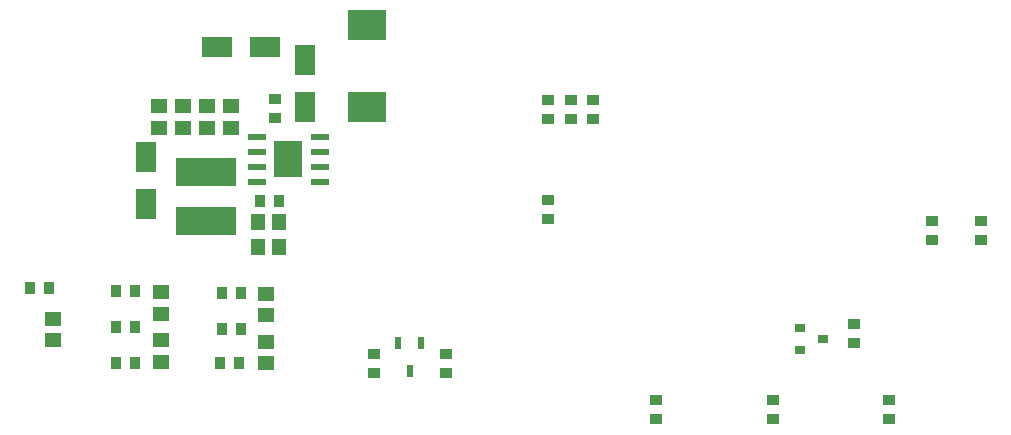
<source format=gtp>
G04 #@! TF.GenerationSoftware,KiCad,Pcbnew,5.1.4-e60b266~84~ubuntu18.04.1*
G04 #@! TF.CreationDate,2019-09-15T19:51:56+01:00*
G04 #@! TF.ProjectId,minitiouner-rt5047,6d696e69-7469-46f7-956e-65722d727435,rev?*
G04 #@! TF.SameCoordinates,Original*
G04 #@! TF.FileFunction,Paste,Top*
G04 #@! TF.FilePolarity,Positive*
%FSLAX46Y46*%
G04 Gerber Fmt 4.6, Leading zero omitted, Abs format (unit mm)*
G04 Created by KiCad (PCBNEW 5.1.4-e60b266~84~ubuntu18.04.1) date 2019-09-15 19:51:56*
%MOMM*%
%LPD*%
G04 APERTURE LIST*
%ADD10R,1.000000X0.950000*%
%ADD11R,1.450000X1.150000*%
%ADD12R,1.150000X1.450000*%
%ADD13R,0.950000X1.000000*%
%ADD14R,3.300000X2.500000*%
%ADD15R,0.600000X1.000000*%
%ADD16R,1.550000X0.600000*%
%ADD17R,2.402000X3.102000*%
%ADD18R,0.900000X0.800000*%
%ADD19R,5.100000X2.350000*%
%ADD20R,1.700000X2.500000*%
%ADD21R,2.500000X1.700000*%
G04 APERTURE END LIST*
D10*
X77216000Y-111468000D03*
X77216000Y-113068000D03*
D11*
X65151000Y-90540000D03*
X65151000Y-92340000D03*
X63119000Y-92340000D03*
X63119000Y-90540000D03*
X61087000Y-90540000D03*
X61087000Y-92340000D03*
X59055000Y-92340000D03*
X59055000Y-90540000D03*
D12*
X69195520Y-100319840D03*
X67395520Y-100319840D03*
D13*
X56972000Y-109220000D03*
X55372000Y-109220000D03*
D10*
X68834000Y-89878000D03*
X68834000Y-91478000D03*
X83312000Y-113068000D03*
X83312000Y-111468000D03*
D12*
X67395520Y-102422960D03*
X69195520Y-102422960D03*
D13*
X69192040Y-98531680D03*
X67592040Y-98531680D03*
X56972000Y-112268000D03*
X55372000Y-112268000D03*
D14*
X76644500Y-83672000D03*
X76644500Y-90572000D03*
D15*
X81214000Y-110610000D03*
X79314000Y-110610000D03*
X80264000Y-112910000D03*
D16*
X67300000Y-93095000D03*
X67300000Y-94365000D03*
X67300000Y-95635000D03*
X67300000Y-96905000D03*
X72700000Y-96905000D03*
X72700000Y-95635000D03*
X72700000Y-94365000D03*
X72700000Y-93095000D03*
D17*
X70000000Y-95000000D03*
D10*
X95821500Y-91605000D03*
X95821500Y-90005000D03*
X93916500Y-89979500D03*
X93916500Y-91579500D03*
X92011500Y-98450500D03*
X92011500Y-100050500D03*
X92011500Y-91605000D03*
X92011500Y-90005000D03*
X128651000Y-100228500D03*
X128651000Y-101828500D03*
D18*
X113300000Y-109286000D03*
X113300000Y-111186000D03*
X115300000Y-110236000D03*
D10*
X117856000Y-110528000D03*
X117856000Y-108928000D03*
D13*
X64351000Y-109347000D03*
X65951000Y-109347000D03*
X64224000Y-112268000D03*
X65824000Y-112268000D03*
D11*
X59182000Y-108088000D03*
X59182000Y-106288000D03*
X59182000Y-110352000D03*
X59182000Y-112152000D03*
X68072000Y-108215000D03*
X68072000Y-106415000D03*
X68072000Y-110479000D03*
X68072000Y-112279000D03*
X50053240Y-108548600D03*
X50053240Y-110348600D03*
D13*
X49695000Y-105918000D03*
X48095000Y-105918000D03*
X64345920Y-106319320D03*
X65945920Y-106319320D03*
X56974640Y-106197400D03*
X55374640Y-106197400D03*
D10*
X111061500Y-115405000D03*
X111061500Y-117005000D03*
X101155500Y-117005000D03*
X101155500Y-115405000D03*
X124460000Y-101828500D03*
X124460000Y-100228500D03*
X120840500Y-115405000D03*
X120840500Y-117005000D03*
D19*
X62992000Y-100225500D03*
X62992000Y-96075500D03*
D20*
X71374000Y-86582500D03*
X71374000Y-90582500D03*
X57912000Y-94805500D03*
X57912000Y-98805500D03*
D21*
X67976500Y-85471000D03*
X63976500Y-85471000D03*
M02*

</source>
